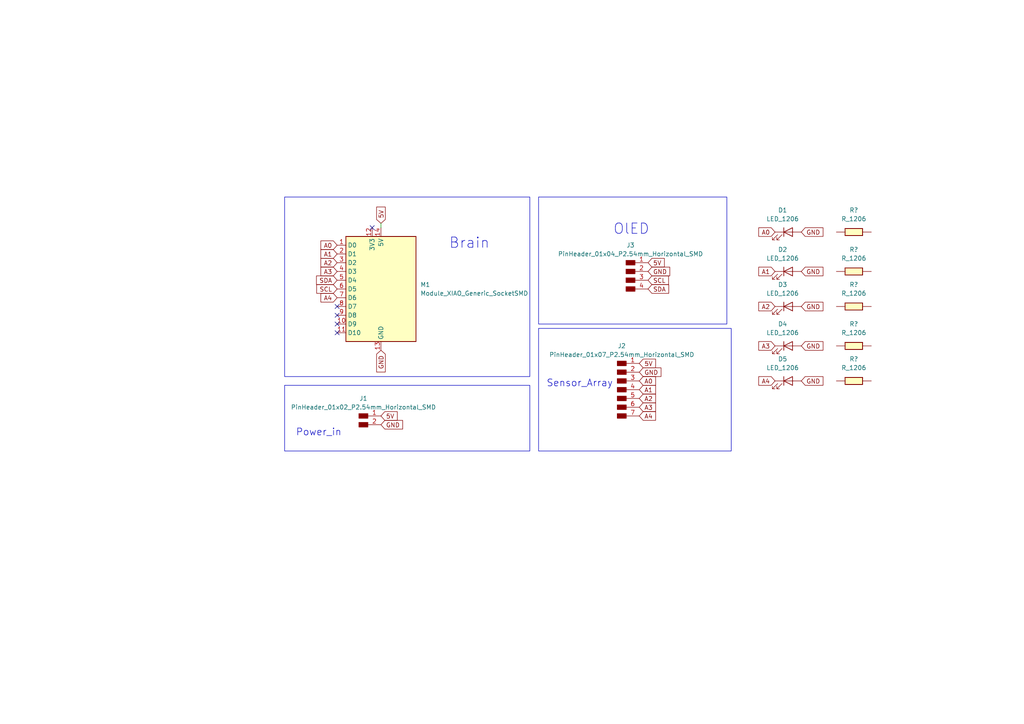
<source format=kicad_sch>
(kicad_sch (version 20231120) (generator "eeschema") (generator_version "8.0")
  (paper "A4")
  (lib_symbols
    (symbol "fab:LED_1206" (pin_numbers hide) (pin_names (offset 1.016) hide)
      (property "Reference" "D" (at 0 2.54 0))
      (property "Value" "LED_1206" (at 0 -2.54 0))
      (symbol "LED_1206_0_1"
        (polyline (pts (xy -1.27 -1.27) (xy -1.27 1.27)) (stroke (width 0.2032)))
        (polyline (pts (xy -1.27 0) (xy 1.27 0)))
        (polyline (pts (xy 1.27 -1.27) (xy 1.27 1.27) (xy -1.27 0) (xy 1.27 -1.27)) (stroke (width 0.2032)))
        (polyline (pts (xy -3.048 -0.762) (xy -4.572 -2.286) (xy -3.81 -2.286) (xy -4.572 -2.286) (xy -4.572 -1.524)))
        (polyline (pts (xy -1.778 -0.762) (xy -3.302 -2.286) (xy -2.54 -2.286) (xy -3.302 -2.286) (xy -3.302 -1.524)))
      )
      (symbol "LED_1206_1_1"
        (pin passive line (at -3.81 0 0) (length 2.54) (name "K") (number "1"))
        (pin passive line (at 3.81 0 180) (length 2.54) (name "A") (number "2"))
      )
    )
    (symbol "fab:Module_XIAO_Generic_SocketSMD"
      (property "Reference" "M" (at -10.16 16.51 0))
      (property "Value" "Module_XIAO_Generic_SocketSMD" (at 1.27 16.51 0))
      (symbol "Module_XIAO_Generic_SocketSMD_1_1"
        (rectangle (start -10.16 15.24) (end 10.16 -15.24) (stroke (width 0.254)) (fill (type background)))
        (pin bidirectional line (at -12.7 12.7 0) (length 2.54) (name "D0") (number "1"))
        (pin bidirectional line (at -12.7 -10.16 0) (length 2.54) (name "D9") (number "10"))
        (pin bidirectional line (at -12.7 -12.7 0) (length 2.54) (name "D10") (number "11"))
        (pin power_in line (at -2.54 17.78 270) (length 2.54) (name "3V3") (number "12"))
        (pin power_in line (at 0 -17.78 90) (length 2.54) (name "GND") (number "13"))
        (pin power_in line (at 0 17.78 270) (length 2.54) (name "5V") (number "14"))
        (pin bidirectional line (at -12.7 10.16 0) (length 2.54) (name "D1") (number "2"))
        (pin bidirectional line (at -12.7 7.62 0) (length 2.54) (name "D2") (number "3"))
        (pin bidirectional line (at -12.7 5.08 0) (length 2.54) (name "D3") (number "4"))
        (pin bidirectional line (at -12.7 2.54 0) (length 2.54) (name "D4") (number "5"))
        (pin bidirectional line (at -12.7 0 0) (length 2.54) (name "D5") (number "6"))
        (pin bidirectional line (at -12.7 -2.54 0) (length 2.54) (name "D6") (number "7"))
        (pin bidirectional line (at -12.7 -5.08 0) (length 2.54) (name "D7") (number "8"))
        (pin bidirectional line (at -12.7 -7.62 0) (length 2.54) (name "D8") (number "9"))
      )
    )
    (symbol "fab:PinHeader_01x02_P2.54mm_Horizontal_SMD" (pin_names hide)
      (property "Reference" "J" (at 0 2.54 0))
      (property "Value" "PinHeader_01x02_P2.54mm_Horizontal_SMD" (at 0 -5.08 0))
      (symbol "PinHeader_01x02_P2.54mm_Horizontal_SMD_1_1"
        (rectangle (start -1.27 -1.905) (end 1.27 -3.175) (stroke (width 0.254)) (fill (type outline)))
        (rectangle (start -1.27 0.635) (end 1.27 -0.635) (stroke (width 0.254)) (fill (type outline)))
        (pin passive line (at 5.08 0 180) (length 3.81) (name "Pin_1") (number "1"))
        (pin passive line (at 5.08 -2.54 180) (length 3.81) (name "Pin_2") (number "2"))
      )
    )
    (symbol "fab:PinHeader_01x04_P2.54mm_Horizontal_SMD" (pin_names hide)
      (property "Reference" "J" (at 0 5.08 0))
      (property "Value" "PinHeader_01x04_P2.54mm_Horizontal_SMD" (at 0 -7.62 0))
      (symbol "PinHeader_01x04_P2.54mm_Horizontal_SMD_1_1"
        (rectangle (start -1.27 -4.445) (end 1.27 -5.715) (stroke (width 0.254)) (fill (type outline)))
        (rectangle (start -1.27 -1.905) (end 1.27 -3.175) (stroke (width 0.254)) (fill (type outline)))
        (rectangle (start -1.27 0.635) (end 1.27 -0.635) (stroke (width 0.254)) (fill (type outline)))
        (rectangle (start -1.27 3.175) (end 1.27 1.905) (stroke (width 0.254)) (fill (type outline)))
        (pin passive line (at 5.08 2.54 180) (length 3.81) (name "Pin_1") (number "1"))
        (pin passive line (at 5.08 0 180) (length 3.81) (name "Pin_2") (number "2"))
        (pin passive line (at 5.08 -2.54 180) (length 3.81) (name "Pin_3") (number "3"))
        (pin passive line (at 5.08 -5.08 180) (length 3.81) (name "Pin_4") (number "4"))
      )
    )
    (symbol "fab:PinHeader_01x07_P2.54mm_Horizontal_SMD" (pin_names hide)
      (property "Reference" "J" (at 0 10.16 0))
      (property "Value" "PinHeader_01x07_P2.54mm_Horizontal_SMD" (at 0 -10.16 0))
      (symbol "PinHeader_01x07_P2.54mm_Horizontal_SMD_1_1"
        (rectangle (start -1.27 -6.985) (end 1.27 -8.255) (stroke (width 0.254)) (fill (type outline)))
        (rectangle (start -1.27 -4.445) (end 1.27 -5.715) (stroke (width 0.254)) (fill (type outline)))
        (rectangle (start -1.27 -1.905) (end 1.27 -3.175) (stroke (width 0.254)) (fill (type outline)))
        (rectangle (start -1.27 0.635) (end 1.27 -0.635) (stroke (width 0.254)) (fill (type outline)))
        (rectangle (start -1.27 3.175) (end 1.27 1.905) (stroke (width 0.254)) (fill (type outline)))
        (rectangle (start -1.27 5.715) (end 1.27 4.445) (stroke (width 0.254)) (fill (type outline)))
        (rectangle (start -1.27 8.255) (end 1.27 6.985) (stroke (width 0.254)) (fill (type outline)))
        (pin passive line (at 5.08 7.62 180) (length 3.81) (name "Pin_1") (number "1"))
        (pin passive line (at 5.08 5.08 180) (length 3.81) (name "Pin_2") (number "2"))
        (pin passive line (at 5.08 2.54 180) (length 3.81) (name "Pin_3") (number "3"))
        (pin passive line (at 5.08 0 180) (length 3.81) (name "Pin_4") (number "4"))
        (pin passive line (at 5.08 -2.54 180) (length 3.81) (name "Pin_5") (number "5"))
        (pin passive line (at 5.08 -5.08 180) (length 3.81) (name "Pin_6") (number "6"))
        (pin passive line (at 5.08 -7.62 180) (length 3.81) (name "Pin_7") (number "7"))
      )
    )
    (symbol "fab:R_1206" (pin_numbers hide) (pin_names (offset 0))
      (property "Reference" "R" (at 2.54 0 90))
      (property "Value" "R_1206" (at -2.54 0 90))
      (symbol "R_1206_0_1"
        (rectangle (start -1.016 -2.54) (end 1.016 2.54) (stroke (width 0.254)) (fill (type background)))
      )
      (symbol "R_1206_1_1"
        (pin passive line (at 0 5.08 270) (length 2.54) (name "~") (number "1"))
        (pin passive line (at 0 -5.08 90) (length 2.54) (name "~") (number "2"))
      )
    )
  )
  (no_connect (at 97.79 96.52))
  (no_connect (at 97.79 91.44))
  (no_connect (at 107.95 66.04))
  (no_connect (at 97.79 88.9))
  (no_connect (at 97.79 93.98))
  (wire (pts (xy 110.49 64.77) (xy 110.49 66.04)))
  (rectangle (start 82.55 111.76) (end 153.67 130.81))
  (rectangle (start 156.21 95.25) (end 212.09 130.81))
  (rectangle (start 82.55 57.15) (end 153.67 109.22))
  (rectangle (start 156.21 57.15) (end 210.82 93.98))
  (text "OlED" (at 183.134 66.548 0) (effects (font (size 3 3))))
  (text "Brain" (at 136.144 70.612 0) (effects (font (size 3 3))))
  (text "Power_in" (at 92.456 125.476 0) (effects (font (size 2 2))))
  (text "Sensor_Array" (at 168.148 111.252 0) (effects (font (size 2 2))))
  (global_label "5V" (shape input) (at 110.49 64.77 90) (property "Intersheetrefs" "${INTERSHEET_REFS}" (effects (hide yes))))
  (global_label "A2" (shape input) (at 185.42 115.57 0) (property "Intersheetrefs" "${INTERSHEET_REFS}" (effects (hide yes))))
  (global_label "A0" (shape input) (at 185.42 110.49 0) (property "Intersheetrefs" "${INTERSHEET_REFS}" (effects (hide yes))))
  (global_label "5V" (shape input) (at 110.49 120.65 0) (property "Intersheetrefs" "${INTERSHEET_REFS}" (effects (hide yes))))
  (global_label "A1" (shape input) (at 97.79 73.66 180) (property "Intersheetrefs" "${INTERSHEET_REFS}" (effects (hide yes))))
  (global_label "5V" (shape input) (at 187.96 76.2 0) (property "Intersheetrefs" "${INTERSHEET_REFS}" (effects (hide yes))))
  (global_label "SCL" (shape input) (at 97.79 83.82 180) (property "Intersheetrefs" "${INTERSHEET_REFS}" (effects (hide yes))))
  (global_label "A1" (shape input) (at 224.79 78.74 180) (property "Intersheetrefs" "${INTERSHEET_REFS}" (effects (hide yes))))
  (global_label "SCL" (shape input) (at 187.96 81.28 0) (property "Intersheetrefs" "${INTERSHEET_REFS}" (effects (hide yes))))
  (global_label "A1" (shape input) (at 185.42 113.03 0) (property "Intersheetrefs" "${INTERSHEET_REFS}" (effects (hide yes))))
  (global_label "A0" (shape input) (at 224.79 67.31 180) (property "Intersheetrefs" "${INTERSHEET_REFS}" (effects (hide yes))))
  (global_label "GND" (shape input) (at 110.49 101.6 270) (property "Intersheetrefs" "${INTERSHEET_REFS}" (effects (hide yes))))
  (global_label "A2" (shape input) (at 97.79 76.2 180) (property "Intersheetrefs" "${INTERSHEET_REFS}" (effects (hide yes))))
  (global_label "A4" (shape input) (at 97.79 86.36 180) (property "Intersheetrefs" "${INTERSHEET_REFS}" (effects (hide yes))))
  (global_label "A2" (shape input) (at 224.79 88.9 180) (property "Intersheetrefs" "${INTERSHEET_REFS}" (effects (hide yes))))
  (global_label "GND" (shape input) (at 232.41 110.49 0) (property "Intersheetrefs" "${INTERSHEET_REFS}" (effects (hide yes))))
  (global_label "GND" (shape input) (at 185.42 107.95 0) (property "Intersheetrefs" "${INTERSHEET_REFS}" (effects (hide yes))))
  (global_label "A4" (shape input) (at 224.79 110.49 180) (property "Intersheetrefs" "${INTERSHEET_REFS}" (effects (hide yes))))
  (global_label "SDA" (shape input) (at 97.79 81.28 180) (property "Intersheetrefs" "${INTERSHEET_REFS}" (effects (hide yes))))
  (global_label "A3" (shape input) (at 97.79 78.74 180) (property "Intersheetrefs" "${INTERSHEET_REFS}" (effects (hide yes))))
  (global_label "GND" (shape input) (at 232.41 67.31 0) (property "Intersheetrefs" "${INTERSHEET_REFS}" (effects (hide yes))))
  (global_label "GND" (shape input) (at 187.96 78.74 0) (property "Intersheetrefs" "${INTERSHEET_REFS}" (effects (hide yes))))
  (global_label "GND" (shape input) (at 110.49 123.19 0) (property "Intersheetrefs" "${INTERSHEET_REFS}" (effects (hide yes))))
  (global_label "A0" (shape input) (at 97.79 71.12 180) (property "Intersheetrefs" "${INTERSHEET_REFS}" (effects (hide yes))))
  (global_label "SDA" (shape input) (at 187.96 83.82 0) (property "Intersheetrefs" "${INTERSHEET_REFS}" (effects (hide yes))))
  (global_label "GND" (shape input) (at 232.41 88.9 0) (property "Intersheetrefs" "${INTERSHEET_REFS}" (effects (hide yes))))
  (global_label "A3" (shape input) (at 224.79 100.33 180) (property "Intersheetrefs" "${INTERSHEET_REFS}" (effects (hide yes))))
  (global_label "A4" (shape input) (at 185.42 120.65 0) (property "Intersheetrefs" "${INTERSHEET_REFS}" (effects (hide yes))))
  (global_label "GND" (shape input) (at 232.41 100.33 0) (property "Intersheetrefs" "${INTERSHEET_REFS}" (effects (hide yes))))
  (global_label "5V" (shape input) (at 185.42 105.41 0) (property "Intersheetrefs" "${INTERSHEET_REFS}" (effects (hide yes))))
  (global_label "GND" (shape input) (at 232.41 78.74 0) (property "Intersheetrefs" "${INTERSHEET_REFS}" (effects (hide yes))))
  (global_label "A3" (shape input) (at 185.42 118.11 0) (property "Intersheetrefs" "${INTERSHEET_REFS}" (effects (hide yes))))
  (symbol (lib_id "fab:R_1206") (at 247.65 100.33 90) (unit 1)
    (property "Reference" "R?" (at 247.65 93.98 90))
    (property "Value" "R_1206" (at 247.65 96.52 90))
    (property "Footprint" "fab:R_1206" (effects (hide yes)))
    (property "Description" "Resistor" (effects (hide yes)))
  )
  (symbol (lib_id "fab:LED_1206") (at 228.6 88.9 0) (unit 1)
    (property "Reference" "D3" (at 226.9998 82.55 0))
    (property "Value" "LED_1206" (at 226.9998 85.09 0))
    (property "Footprint" "fab:LED_1206" (effects (hide yes)))
    (property "Datasheet" "https://optoelectronics.liteon.com/upload/download/DS-22-98-0002/LTST-C150CKT.pdf" (effects (hide yes)))
    (property "Description" "Light emitting diode, Lite-On Inc. LTST, SMD" (effects (hide yes)))
  )
  (symbol (lib_id "fab:PinHeader_01x07_P2.54mm_Horizontal_SMD") (at 180.34 113.03 0) (unit 1)
    (property "Reference" "J2" (at 180.34 100.33 0))
    (property "Value" "PinHeader_01x07_P2.54mm_Horizontal_SMD" (at 180.34 102.87 0))
    (property "Footprint" "fab:PinHeader_01x07_P2.54mm_Horizontal_SMD" (effects (hide yes)))
    (property "Description" "Male connector, single row" (effects (hide yes)))
  )
  (symbol (lib_id "fab:LED_1206") (at 228.6 78.74 0) (unit 1)
    (property "Reference" "D2" (at 226.9998 72.39 0))
    (property "Value" "LED_1206" (at 226.9998 74.93 0))
    (property "Footprint" "fab:LED_1206" (effects (hide yes)))
    (property "Datasheet" "https://optoelectronics.liteon.com/upload/download/DS-22-98-0002/LTST-C150CKT.pdf" (effects (hide yes)))
    (property "Description" "Light emitting diode, Lite-On Inc. LTST, SMD" (effects (hide yes)))
  )
  (symbol (lib_id "fab:PinHeader_01x04_P2.54mm_Horizontal_SMD") (at 182.88 78.74 0) (unit 1)
    (property "Reference" "J3" (at 182.88 71.12 0))
    (property "Value" "PinHeader_01x04_P2.54mm_Horizontal_SMD" (at 182.88 73.66 0))
    (property "Footprint" "fab:PinHeader_01x04_P2.54mm_Horizontal_SMD" (effects (hide yes)))
    (property "Description" "Male connector, single row" (effects (hide yes)))
  )
  (symbol (lib_id "fab:R_1206") (at 247.65 78.74 90) (unit 1)
    (property "Reference" "R?" (at 247.65 72.39 90))
    (property "Value" "R_1206" (at 247.65 74.93 90))
    (property "Footprint" "fab:R_1206" (effects (hide yes)))
    (property "Description" "Resistor" (effects (hide yes)))
  )
  (symbol (lib_id "fab:R_1206") (at 247.65 110.49 90) (unit 1)
    (property "Reference" "R?" (at 247.65 104.14 90))
    (property "Value" "R_1206" (at 247.65 106.68 90))
    (property "Footprint" "fab:R_1206" (effects (hide yes)))
    (property "Description" "Resistor" (effects (hide yes)))
  )
  (symbol (lib_id "fab:Module_XIAO_Generic_SocketSMD") (at 110.49 83.82 0) (unit 1)
    (property "Reference" "M1" (at 121.92 82.5499 0) (effects (justify left)))
    (property "Value" "Module_XIAO_Generic_SocketSMD" (at 121.92 85.0899 0) (effects (justify left)))
    (property "Footprint" "fab:Module_XIAO_Generic_SocketSMD" (effects (hide yes)))
    (property "Datasheet" "https://wiki.seeedstudio.com/xiao_topic_page/" (effects (hide yes)))
    (property "Description" "The Seeed Studio XIAO series, named after the Chinese word for \"small,\" comprises tiny development boards based on various hardware platforms of ESP32, SAMD21, RP2040, nRF52840, RP2350 and RA4M1, MG24" (effects (hide yes)))
  )
  (symbol (lib_id "fab:R_1206") (at 247.65 88.9 90) (unit 1)
    (property "Reference" "R?" (at 247.65 82.55 90))
    (property "Value" "R_1206" (at 247.65 85.09 90))
    (property "Footprint" "fab:R_1206" (effects (hide yes)))
    (property "Description" "Resistor" (effects (hide yes)))
  )
  (symbol (lib_id "fab:LED_1206") (at 228.6 100.33 0) (unit 1)
    (property "Reference" "D4" (at 226.9998 93.98 0))
    (property "Value" "LED_1206" (at 226.9998 96.52 0))
    (property "Footprint" "fab:LED_1206" (effects (hide yes)))
    (property "Datasheet" "https://optoelectronics.liteon.com/upload/download/DS-22-98-0002/LTST-C150CKT.pdf" (effects (hide yes)))
    (property "Description" "Light emitting diode, Lite-On Inc. LTST, SMD" (effects (hide yes)))
  )
  (symbol (lib_id "fab:LED_1206") (at 228.6 110.49 0) (unit 1)
    (property "Reference" "D5" (at 226.9998 104.14 0))
    (property "Value" "LED_1206" (at 226.9998 106.68 0))
    (property "Footprint" "fab:LED_1206" (effects (hide yes)))
    (property "Datasheet" "https://optoelectronics.liteon.com/upload/download/DS-22-98-0002/LTST-C150CKT.pdf" (effects (hide yes)))
    (property "Description" "Light emitting diode, Lite-On Inc. LTST, SMD" (effects (hide yes)))
  )
  (symbol (lib_id "fab:LED_1206") (at 228.6 67.31 0) (unit 1)
    (property "Reference" "D1" (at 226.9998 60.96 0))
    (property "Value" "LED_1206" (at 226.9998 63.5 0))
    (property "Footprint" "fab:LED_1206" (effects (hide yes)))
    (property "Datasheet" "https://optoelectronics.liteon.com/upload/download/DS-22-98-0002/LTST-C150CKT.pdf" (effects (hide yes)))
    (property "Description" "Light emitting diode, Lite-On Inc. LTST, SMD" (effects (hide yes)))
  )
  (symbol (lib_id "fab:R_1206") (at 247.65 67.31 90) (unit 1)
    (property "Reference" "R?" (at 247.65 60.96 90))
    (property "Value" "R_1206" (at 247.65 63.5 90))
    (property "Footprint" "fab:R_1206" (effects (hide yes)))
    (property "Description" "Resistor" (effects (hide yes)))
  )
  (symbol (lib_id "fab:PinHeader_01x02_P2.54mm_Horizontal_SMD") (at 105.41 120.65 0) (unit 1)
    (property "Reference" "J1" (at 105.41 115.57 0))
    (property "Value" "PinHeader_01x02_P2.54mm_Horizontal_SMD" (at 105.41 118.11 0))
    (property "Footprint" "fab:PinHeader_01x02_P2.54mm_Horizontal_SMD" (effects (hide yes)))
    (property "Description" "Male connector, single row" (effects (hide yes)))
  )
)
</source>
